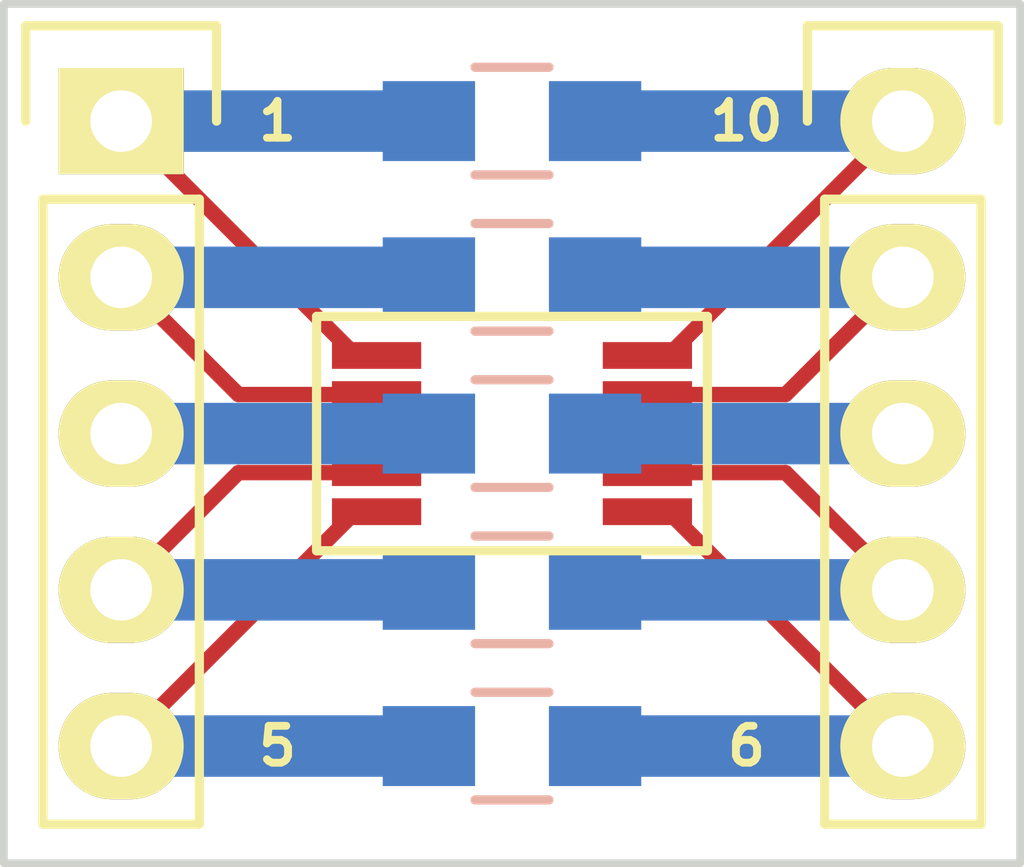
<source format=kicad_pcb>
(kicad_pcb (version 4) (host pcbnew 4.0.4+e1-6308~48~ubuntu14.04.1-stable)

  (general
    (links 0)
    (no_connects 0)
    (area 0 0 0 0)
    (thickness 1.6)
    (drawings 8)
    (tracks 28)
    (zones 0)
    (modules 8)
    (nets 11)
  )

  (page A4)
  (layers
    (0 F.Cu signal)
    (31 B.Cu signal)
    (32 B.Adhes user hide)
    (33 F.Adhes user hide)
    (34 B.Paste user hide)
    (35 F.Paste user hide)
    (36 B.SilkS user)
    (37 F.SilkS user)
    (38 B.Mask user)
    (39 F.Mask user)
    (40 Dwgs.User user)
    (41 Cmts.User user)
    (42 Eco1.User user)
    (43 Eco2.User user)
    (44 Edge.Cuts user)
    (45 Margin user)
    (46 B.CrtYd user)
    (47 F.CrtYd user)
    (48 B.Fab user)
    (49 F.Fab user)
  )

  (setup
    (last_trace_width 0.254)
    (user_trace_width 0.1524)
    (user_trace_width 0.2)
    (user_trace_width 0.25)
    (user_trace_width 0.3)
    (user_trace_width 0.4)
    (user_trace_width 0.5)
    (user_trace_width 0.6)
    (user_trace_width 0.8)
    (user_trace_width 1)
    (user_trace_width 1.2)
    (user_trace_width 1.5)
    (user_trace_width 2)
    (trace_clearance 0.254)
    (zone_clearance 0.1524)
    (zone_45_only no)
    (trace_min 0.1524)
    (segment_width 0.127)
    (edge_width 0.127)
    (via_size 0.6858)
    (via_drill 0.3302)
    (via_min_size 0.6858)
    (via_min_drill 0.3302)
    (uvia_size 0.508)
    (uvia_drill 0.127)
    (uvias_allowed no)
    (uvia_min_size 0.508)
    (uvia_min_drill 0.127)
    (pcb_text_width 0.127)
    (pcb_text_size 0.6 0.6)
    (mod_edge_width 0.127)
    (mod_text_size 0.6 0.6)
    (mod_text_width 0.127)
    (pad_size 1.524 1.524)
    (pad_drill 0.762)
    (pad_to_mask_clearance 0.05)
    (pad_to_paste_clearance -0.04)
    (aux_axis_origin 0 0)
    (visible_elements FFFCFF7F)
    (pcbplotparams
      (layerselection 0x010f0_80000001)
      (usegerberextensions true)
      (usegerberattributes true)
      (excludeedgelayer true)
      (linewidth 0.127000)
      (plotframeref false)
      (viasonmask false)
      (mode 1)
      (useauxorigin false)
      (hpglpennumber 1)
      (hpglpenspeed 20)
      (hpglpendiameter 15)
      (hpglpenoverlay 2)
      (psnegative false)
      (psa4output false)
      (plotreference true)
      (plotvalue true)
      (plotinvisibletext false)
      (padsonsilk false)
      (subtractmaskfromsilk false)
      (outputformat 1)
      (mirror false)
      (drillshape 0)
      (scaleselection 1)
      (outputdirectory CAM/))
  )

  (net 0 "")
  (net 1 "Net-(P1-Pad1)")
  (net 2 "Net-(P1-Pad2)")
  (net 3 "Net-(P1-Pad3)")
  (net 4 "Net-(P1-Pad4)")
  (net 5 "Net-(P1-Pad5)")
  (net 6 "Net-(P2-Pad1)")
  (net 7 "Net-(P2-Pad2)")
  (net 8 "Net-(P2-Pad3)")
  (net 9 "Net-(P2-Pad4)")
  (net 10 "Net-(P2-Pad5)")

  (net_class Default "Dit is de standaard class."
    (clearance 0.254)
    (trace_width 0.254)
    (via_dia 0.6858)
    (via_drill 0.3302)
    (uvia_dia 0.508)
    (uvia_drill 0.127)
  )

  (net_class 0.2mm ""
    (clearance 0.2)
    (trace_width 0.2)
    (via_dia 0.6858)
    (via_drill 0.3302)
    (uvia_dia 0.508)
    (uvia_drill 0.127)
  )

  (net_class Minimal ""
    (clearance 0.1524)
    (trace_width 0.1524)
    (via_dia 0.6858)
    (via_drill 0.3302)
    (uvia_dia 0.508)
    (uvia_drill 0.127)
  )

  (module pins:pin-1x05-sq (layer F.Cu) (tedit 54EA0684) (tstamp 584B75FE)
    (at 140.97 106.68)
    (descr "Header pin. 2.54mm pitch. 1mm drills. Shape 1x05. Square pin 1.")
    (tags "pin header")
    (path /584A954A)
    (fp_text reference P1 (at 0 -5.1) (layer F.SilkS) hide
      (effects (font (size 1 1) (thickness 0.15)))
    )
    (fp_text value CONN_01X05 (at 0 -3.1) (layer F.Fab) hide
      (effects (font (size 1 1) (thickness 0.15)))
    )
    (fp_line (start -1.55 0) (end -1.55 -1.55) (layer F.SilkS) (width 0.15))
    (fp_line (start -1.55 -1.55) (end 1.55 -1.55) (layer F.SilkS) (width 0.15))
    (fp_line (start 1.55 -1.55) (end 1.55 0) (layer F.SilkS) (width 0.15))
    (fp_line (start -1.75 -1.75) (end -1.75 11.95) (layer F.CrtYd) (width 0.05))
    (fp_line (start 1.75 -1.75) (end 1.75 11.95) (layer F.CrtYd) (width 0.05))
    (fp_line (start -1.75 -1.75) (end 1.75 -1.75) (layer F.CrtYd) (width 0.05))
    (fp_line (start -1.75 11.95) (end 1.75 11.95) (layer F.CrtYd) (width 0.05))
    (fp_line (start 1.27 1.27) (end 1.27 11.43) (layer F.SilkS) (width 0.15))
    (fp_line (start 1.27 11.43) (end -1.27 11.43) (layer F.SilkS) (width 0.15))
    (fp_line (start -1.27 11.43) (end -1.27 1.27) (layer F.SilkS) (width 0.15))
    (fp_line (start 1.27 1.27) (end -1.27 1.27) (layer F.SilkS) (width 0.15))
    (pad 1 thru_hole rect (at 0 0) (size 2.032 1.727) (drill 1) (layers *.Cu *.Mask F.SilkS)
      (net 1 "Net-(P1-Pad1)"))
    (pad 2 thru_hole oval (at 0 2.54) (size 2.032 1.727) (drill 1) (layers *.Cu *.Mask F.SilkS)
      (net 2 "Net-(P1-Pad2)"))
    (pad 3 thru_hole oval (at 0 5.08) (size 2.032 1.727) (drill 1) (layers *.Cu *.Mask F.SilkS)
      (net 3 "Net-(P1-Pad3)"))
    (pad 4 thru_hole oval (at 0 7.62) (size 2.032 1.727) (drill 1) (layers *.Cu *.Mask F.SilkS)
      (net 4 "Net-(P1-Pad4)"))
    (pad 5 thru_hole oval (at 0 10.16) (size 2.032 1.727) (drill 1) (layers *.Cu *.Mask F.SilkS)
      (net 5 "Net-(P1-Pad5)"))
    (model Pin_Headers.3dshapes/Pin_Header_Straight_1x05.wrl
      (at (xyz 0 -0.2 0))
      (scale (xyz 1 1 1))
      (rotate (xyz 0 0 90))
    )
  )

  (module pins:pin-1x05 (layer F.Cu) (tedit 54EA0684) (tstamp 584B7612)
    (at 153.67 106.68)
    (descr "Header pin. 2.54mm pitch. 1mm drills. Shape 1x05.")
    (tags "pin header")
    (path /584A94E7)
    (fp_text reference P2 (at 0 -5.1) (layer F.SilkS) hide
      (effects (font (size 1 1) (thickness 0.15)))
    )
    (fp_text value CONN_01X05 (at 0 -3.1) (layer F.Fab) hide
      (effects (font (size 1 1) (thickness 0.15)))
    )
    (fp_line (start -1.55 0) (end -1.55 -1.55) (layer F.SilkS) (width 0.15))
    (fp_line (start -1.55 -1.55) (end 1.55 -1.55) (layer F.SilkS) (width 0.15))
    (fp_line (start 1.55 -1.55) (end 1.55 0) (layer F.SilkS) (width 0.15))
    (fp_line (start -1.75 -1.75) (end -1.75 11.95) (layer F.CrtYd) (width 0.05))
    (fp_line (start 1.75 -1.75) (end 1.75 11.95) (layer F.CrtYd) (width 0.05))
    (fp_line (start -1.75 -1.75) (end 1.75 -1.75) (layer F.CrtYd) (width 0.05))
    (fp_line (start -1.75 11.95) (end 1.75 11.95) (layer F.CrtYd) (width 0.05))
    (fp_line (start 1.27 1.27) (end 1.27 11.43) (layer F.SilkS) (width 0.15))
    (fp_line (start 1.27 11.43) (end -1.27 11.43) (layer F.SilkS) (width 0.15))
    (fp_line (start -1.27 11.43) (end -1.27 1.27) (layer F.SilkS) (width 0.15))
    (fp_line (start 1.27 1.27) (end -1.27 1.27) (layer F.SilkS) (width 0.15))
    (pad 1 thru_hole oval (at 0 0) (size 2.032 1.727) (drill 1) (layers *.Cu *.Mask F.SilkS)
      (net 6 "Net-(P2-Pad1)"))
    (pad 2 thru_hole oval (at 0 2.54) (size 2.032 1.727) (drill 1) (layers *.Cu *.Mask F.SilkS)
      (net 7 "Net-(P2-Pad2)"))
    (pad 3 thru_hole oval (at 0 5.08) (size 2.032 1.727) (drill 1) (layers *.Cu *.Mask F.SilkS)
      (net 8 "Net-(P2-Pad3)"))
    (pad 4 thru_hole oval (at 0 7.62) (size 2.032 1.727) (drill 1) (layers *.Cu *.Mask F.SilkS)
      (net 9 "Net-(P2-Pad4)"))
    (pad 5 thru_hole oval (at 0 10.16) (size 2.032 1.727) (drill 1) (layers *.Cu *.Mask F.SilkS)
      (net 10 "Net-(P2-Pad5)"))
    (model Pin_Headers.3dshapes/Pin_Header_Straight_1x05.wrl
      (at (xyz 0 -0.2 0))
      (scale (xyz 1 1 1))
      (rotate (xyz 0 0 90))
    )
  )

  (module Resistors_SMD:R_0805_HandSoldering (layer B.Cu) (tedit 54189DEE) (tstamp 584B7618)
    (at 147.32 106.68 180)
    (descr "Resistor SMD 0805, hand soldering")
    (tags "resistor 0805")
    (path /584A9714)
    (attr smd)
    (fp_text reference R1 (at 0 2.1 180) (layer B.SilkS) hide
      (effects (font (size 1 1) (thickness 0.15)) (justify mirror))
    )
    (fp_text value R (at 0 -2.1 180) (layer B.Fab) hide
      (effects (font (size 1 1) (thickness 0.15)) (justify mirror))
    )
    (fp_line (start -2.4 1) (end 2.4 1) (layer B.CrtYd) (width 0.05))
    (fp_line (start -2.4 -1) (end 2.4 -1) (layer B.CrtYd) (width 0.05))
    (fp_line (start -2.4 1) (end -2.4 -1) (layer B.CrtYd) (width 0.05))
    (fp_line (start 2.4 1) (end 2.4 -1) (layer B.CrtYd) (width 0.05))
    (fp_line (start 0.6 -0.875) (end -0.6 -0.875) (layer B.SilkS) (width 0.15))
    (fp_line (start -0.6 0.875) (end 0.6 0.875) (layer B.SilkS) (width 0.15))
    (pad 1 smd rect (at -1.35 0 180) (size 1.5 1.3) (layers B.Cu B.Paste B.Mask)
      (net 6 "Net-(P2-Pad1)"))
    (pad 2 smd rect (at 1.35 0 180) (size 1.5 1.3) (layers B.Cu B.Paste B.Mask)
      (net 1 "Net-(P1-Pad1)"))
    (model Resistors_SMD.3dshapes/R_0805_HandSoldering.wrl
      (at (xyz 0 0 0))
      (scale (xyz 1 1 1))
      (rotate (xyz 0 0 0))
    )
  )

  (module Resistors_SMD:R_0805_HandSoldering (layer B.Cu) (tedit 54189DEE) (tstamp 584B761E)
    (at 147.32 109.22 180)
    (descr "Resistor SMD 0805, hand soldering")
    (tags "resistor 0805")
    (path /584A97CB)
    (attr smd)
    (fp_text reference R2 (at 0 2.1 180) (layer B.SilkS) hide
      (effects (font (size 1 1) (thickness 0.15)) (justify mirror))
    )
    (fp_text value R (at 0 -2.1 180) (layer B.Fab) hide
      (effects (font (size 1 1) (thickness 0.15)) (justify mirror))
    )
    (fp_line (start -2.4 1) (end 2.4 1) (layer B.CrtYd) (width 0.05))
    (fp_line (start -2.4 -1) (end 2.4 -1) (layer B.CrtYd) (width 0.05))
    (fp_line (start -2.4 1) (end -2.4 -1) (layer B.CrtYd) (width 0.05))
    (fp_line (start 2.4 1) (end 2.4 -1) (layer B.CrtYd) (width 0.05))
    (fp_line (start 0.6 -0.875) (end -0.6 -0.875) (layer B.SilkS) (width 0.15))
    (fp_line (start -0.6 0.875) (end 0.6 0.875) (layer B.SilkS) (width 0.15))
    (pad 1 smd rect (at -1.35 0 180) (size 1.5 1.3) (layers B.Cu B.Paste B.Mask)
      (net 7 "Net-(P2-Pad2)"))
    (pad 2 smd rect (at 1.35 0 180) (size 1.5 1.3) (layers B.Cu B.Paste B.Mask)
      (net 2 "Net-(P1-Pad2)"))
    (model Resistors_SMD.3dshapes/R_0805_HandSoldering.wrl
      (at (xyz 0 0 0))
      (scale (xyz 1 1 1))
      (rotate (xyz 0 0 0))
    )
  )

  (module Resistors_SMD:R_0805_HandSoldering (layer B.Cu) (tedit 54189DEE) (tstamp 584B7624)
    (at 147.32 111.76 180)
    (descr "Resistor SMD 0805, hand soldering")
    (tags "resistor 0805")
    (path /584A97FC)
    (attr smd)
    (fp_text reference R3 (at 0 2.1 180) (layer B.SilkS) hide
      (effects (font (size 1 1) (thickness 0.15)) (justify mirror))
    )
    (fp_text value R (at 0 -2.1 180) (layer B.Fab) hide
      (effects (font (size 1 1) (thickness 0.15)) (justify mirror))
    )
    (fp_line (start -2.4 1) (end 2.4 1) (layer B.CrtYd) (width 0.05))
    (fp_line (start -2.4 -1) (end 2.4 -1) (layer B.CrtYd) (width 0.05))
    (fp_line (start -2.4 1) (end -2.4 -1) (layer B.CrtYd) (width 0.05))
    (fp_line (start 2.4 1) (end 2.4 -1) (layer B.CrtYd) (width 0.05))
    (fp_line (start 0.6 -0.875) (end -0.6 -0.875) (layer B.SilkS) (width 0.15))
    (fp_line (start -0.6 0.875) (end 0.6 0.875) (layer B.SilkS) (width 0.15))
    (pad 1 smd rect (at -1.35 0 180) (size 1.5 1.3) (layers B.Cu B.Paste B.Mask)
      (net 8 "Net-(P2-Pad3)"))
    (pad 2 smd rect (at 1.35 0 180) (size 1.5 1.3) (layers B.Cu B.Paste B.Mask)
      (net 3 "Net-(P1-Pad3)"))
    (model Resistors_SMD.3dshapes/R_0805_HandSoldering.wrl
      (at (xyz 0 0 0))
      (scale (xyz 1 1 1))
      (rotate (xyz 0 0 0))
    )
  )

  (module Resistors_SMD:R_0805_HandSoldering (layer B.Cu) (tedit 54189DEE) (tstamp 584B762A)
    (at 147.32 114.3 180)
    (descr "Resistor SMD 0805, hand soldering")
    (tags "resistor 0805")
    (path /584A9820)
    (attr smd)
    (fp_text reference R4 (at 0 2.1 180) (layer B.SilkS) hide
      (effects (font (size 1 1) (thickness 0.15)) (justify mirror))
    )
    (fp_text value R (at 0 -2.1 180) (layer B.Fab) hide
      (effects (font (size 1 1) (thickness 0.15)) (justify mirror))
    )
    (fp_line (start -2.4 1) (end 2.4 1) (layer B.CrtYd) (width 0.05))
    (fp_line (start -2.4 -1) (end 2.4 -1) (layer B.CrtYd) (width 0.05))
    (fp_line (start -2.4 1) (end -2.4 -1) (layer B.CrtYd) (width 0.05))
    (fp_line (start 2.4 1) (end 2.4 -1) (layer B.CrtYd) (width 0.05))
    (fp_line (start 0.6 -0.875) (end -0.6 -0.875) (layer B.SilkS) (width 0.15))
    (fp_line (start -0.6 0.875) (end 0.6 0.875) (layer B.SilkS) (width 0.15))
    (pad 1 smd rect (at -1.35 0 180) (size 1.5 1.3) (layers B.Cu B.Paste B.Mask)
      (net 9 "Net-(P2-Pad4)"))
    (pad 2 smd rect (at 1.35 0 180) (size 1.5 1.3) (layers B.Cu B.Paste B.Mask)
      (net 4 "Net-(P1-Pad4)"))
    (model Resistors_SMD.3dshapes/R_0805_HandSoldering.wrl
      (at (xyz 0 0 0))
      (scale (xyz 1 1 1))
      (rotate (xyz 0 0 0))
    )
  )

  (module Resistors_SMD:R_0805_HandSoldering (layer B.Cu) (tedit 54189DEE) (tstamp 584B7630)
    (at 147.32 116.84 180)
    (descr "Resistor SMD 0805, hand soldering")
    (tags "resistor 0805")
    (path /584A9847)
    (attr smd)
    (fp_text reference R5 (at 0 2.1 180) (layer B.SilkS) hide
      (effects (font (size 1 1) (thickness 0.15)) (justify mirror))
    )
    (fp_text value R (at 0 -2.1 180) (layer B.Fab) hide
      (effects (font (size 1 1) (thickness 0.15)) (justify mirror))
    )
    (fp_line (start -2.4 1) (end 2.4 1) (layer B.CrtYd) (width 0.05))
    (fp_line (start -2.4 -1) (end 2.4 -1) (layer B.CrtYd) (width 0.05))
    (fp_line (start -2.4 1) (end -2.4 -1) (layer B.CrtYd) (width 0.05))
    (fp_line (start 2.4 1) (end 2.4 -1) (layer B.CrtYd) (width 0.05))
    (fp_line (start 0.6 -0.875) (end -0.6 -0.875) (layer B.SilkS) (width 0.15))
    (fp_line (start -0.6 0.875) (end 0.6 0.875) (layer B.SilkS) (width 0.15))
    (pad 1 smd rect (at -1.35 0 180) (size 1.5 1.3) (layers B.Cu B.Paste B.Mask)
      (net 10 "Net-(P2-Pad5)"))
    (pad 2 smd rect (at 1.35 0 180) (size 1.5 1.3) (layers B.Cu B.Paste B.Mask)
      (net 5 "Net-(P1-Pad5)"))
    (model Resistors_SMD.3dshapes/R_0805_HandSoldering.wrl
      (at (xyz 0 0 0))
      (scale (xyz 1 1 1))
      (rotate (xyz 0 0 0))
    )
  )

  (module footprints:MSOP-10 (layer F.Cu) (tedit 584AAE05) (tstamp 584B763E)
    (at 147.32 111.76)
    (path /584A94AE)
    (fp_text reference U1 (at 0 -3.175) (layer F.SilkS) hide
      (effects (font (size 1.2 1.2) (thickness 0.15)))
    )
    (fp_text value IC10 (at 0 3.175) (layer F.Fab) hide
      (effects (font (size 1.2 1.2) (thickness 0.15)))
    )
    (fp_line (start 3.175 -1.905) (end -3.175 -1.905) (layer F.SilkS) (width 0.15))
    (fp_line (start -3.175 -1.905) (end -3.175 1.905) (layer F.SilkS) (width 0.15))
    (fp_line (start -3.175 1.905) (end 3.175 1.905) (layer F.SilkS) (width 0.15))
    (fp_line (start 3.175 1.905) (end 3.175 -1.905) (layer F.SilkS) (width 0.15))
    (fp_arc (start 0 -1.905) (end 0.635 -1.905) (angle 180) (layer B.Paste) (width 0.15))
    (pad 9 smd rect (at 2.2 -0.635 270) (size 0.435 1.45) (layers F.Cu F.Paste F.Mask)
      (net 7 "Net-(P2-Pad2)"))
    (pad 10 smd rect (at 2.2 -1.27 270) (size 0.435 1.45) (layers F.Cu F.Paste F.Mask)
      (net 6 "Net-(P2-Pad1)"))
    (pad 8 smd rect (at 2.2 0 270) (size 0.435 1.45) (layers F.Cu F.Paste F.Mask)
      (net 8 "Net-(P2-Pad3)"))
    (pad 1 smd rect (at -2.2 -1.27 270) (size 0.435 1.45) (layers F.Cu F.Paste F.Mask)
      (net 1 "Net-(P1-Pad1)"))
    (pad 7 smd rect (at 2.2 0.635 270) (size 0.435 1.45) (layers F.Cu F.Paste F.Mask)
      (net 9 "Net-(P2-Pad4)"))
    (pad 2 smd rect (at -2.2 -0.635 270) (size 0.435 1.45) (layers F.Cu F.Paste F.Mask)
      (net 2 "Net-(P1-Pad2)"))
    (pad 6 smd rect (at 2.2 1.27 270) (size 0.435 1.45) (layers F.Cu F.Paste F.Mask)
      (net 10 "Net-(P2-Pad5)"))
    (pad 3 smd rect (at -2.2 0 270) (size 0.435 1.45) (layers F.Cu F.Paste F.Mask)
      (net 3 "Net-(P1-Pad3)"))
    (pad 5 smd rect (at -2.2 1.27 270) (size 0.435 1.45) (layers F.Cu F.Paste F.Mask)
      (net 5 "Net-(P1-Pad5)"))
    (pad 4 smd rect (at -2.2 0.635 270) (size 0.435 1.45) (layers F.Cu F.Paste F.Mask)
      (net 4 "Net-(P1-Pad4)"))
  )

  (gr_text 10 (at 151.13 106.68) (layer F.SilkS)
    (effects (font (size 0.6 0.6) (thickness 0.127)))
  )
  (gr_text 6 (at 151.13 116.84) (layer F.SilkS)
    (effects (font (size 0.6 0.6) (thickness 0.127)))
  )
  (gr_text 5 (at 143.51 116.84) (layer F.SilkS)
    (effects (font (size 0.6 0.6) (thickness 0.127)))
  )
  (gr_text 1 (at 143.51 106.68) (layer F.SilkS)
    (effects (font (size 0.6 0.6) (thickness 0.127)))
  )
  (gr_line (start 139.065 118.745) (end 139.065 104.775) (angle 90) (layer Edge.Cuts) (width 0.127))
  (gr_line (start 155.575 118.745) (end 139.065 118.745) (angle 90) (layer Edge.Cuts) (width 0.127))
  (gr_line (start 155.575 104.775) (end 155.575 118.745) (angle 90) (layer Edge.Cuts) (width 0.127))
  (gr_line (start 139.065 104.775) (end 155.575 104.775) (angle 90) (layer Edge.Cuts) (width 0.127))

  (segment (start 140.97 106.68) (end 145.97 106.68) (width 1) (layer B.Cu) (net 1) (status C00000))
  (segment (start 145.12 110.49) (end 144.78 110.49) (width 0.25) (layer F.Cu) (net 1) (status C00000))
  (segment (start 144.78 110.49) (end 140.97 106.68) (width 0.25) (layer F.Cu) (net 1) (tstamp 584B79BA) (status C00000))
  (segment (start 145.97 109.22) (end 140.97 109.22) (width 1) (layer B.Cu) (net 2) (status C00000))
  (segment (start 145.12 111.125) (end 142.875 111.125) (width 0.25) (layer F.Cu) (net 2) (status 400000))
  (segment (start 142.875 111.125) (end 140.97 109.22) (width 0.25) (layer F.Cu) (net 2) (tstamp 584B79B7) (status 800000))
  (segment (start 140.97 111.76) (end 145.97 111.76) (width 1) (layer B.Cu) (net 3) (status C00000))
  (segment (start 145.12 111.76) (end 140.97 111.76) (width 0.25) (layer F.Cu) (net 3) (status C00000))
  (segment (start 145.97 114.3) (end 140.97 114.3) (width 1) (layer B.Cu) (net 4) (status C00000))
  (segment (start 145.12 112.395) (end 142.875 112.395) (width 0.25) (layer F.Cu) (net 4) (status 400000))
  (segment (start 142.875 112.395) (end 140.97 114.3) (width 0.25) (layer F.Cu) (net 4) (tstamp 584B79BD) (status 800000))
  (segment (start 140.97 116.84) (end 145.97 116.84) (width 1) (layer B.Cu) (net 5) (status C00000))
  (segment (start 145.12 113.03) (end 144.78 113.03) (width 0.25) (layer F.Cu) (net 5) (status C00000))
  (segment (start 144.78 113.03) (end 140.97 116.84) (width 0.25) (layer F.Cu) (net 5) (tstamp 584B79C0) (status C00000))
  (segment (start 148.67 106.68) (end 153.67 106.68) (width 1) (layer B.Cu) (net 6) (status C00000))
  (segment (start 149.52 110.49) (end 149.86 110.49) (width 0.25) (layer F.Cu) (net 6) (status C00000))
  (segment (start 149.86 110.49) (end 153.67 106.68) (width 0.25) (layer F.Cu) (net 6) (tstamp 584B79CE) (status C00000))
  (segment (start 153.67 109.22) (end 148.67 109.22) (width 1) (layer B.Cu) (net 7) (status C00000))
  (segment (start 149.52 111.125) (end 151.765 111.125) (width 0.25) (layer F.Cu) (net 7) (status 400000))
  (segment (start 151.765 111.125) (end 153.67 109.22) (width 0.25) (layer F.Cu) (net 7) (tstamp 584B79CB) (status 800000))
  (segment (start 148.67 111.76) (end 153.67 111.76) (width 1) (layer B.Cu) (net 8) (status C00000))
  (segment (start 149.52 111.76) (end 153.67 111.76) (width 0.25) (layer F.Cu) (net 8) (status C00000))
  (segment (start 153.67 114.3) (end 148.67 114.3) (width 1) (layer B.Cu) (net 9) (status C00000))
  (segment (start 149.52 112.395) (end 151.765 112.395) (width 0.25) (layer F.Cu) (net 9) (status 400000))
  (segment (start 151.765 112.395) (end 153.67 114.3) (width 0.25) (layer F.Cu) (net 9) (tstamp 584B79C6) (status 800000))
  (segment (start 148.67 116.84) (end 153.67 116.84) (width 1) (layer B.Cu) (net 10) (status C00000))
  (segment (start 149.52 113.03) (end 149.86 113.03) (width 0.25) (layer F.Cu) (net 10) (status C00000))
  (segment (start 149.86 113.03) (end 153.67 116.84) (width 0.25) (layer F.Cu) (net 10) (tstamp 584B79C3) (status C00000))

)

</source>
